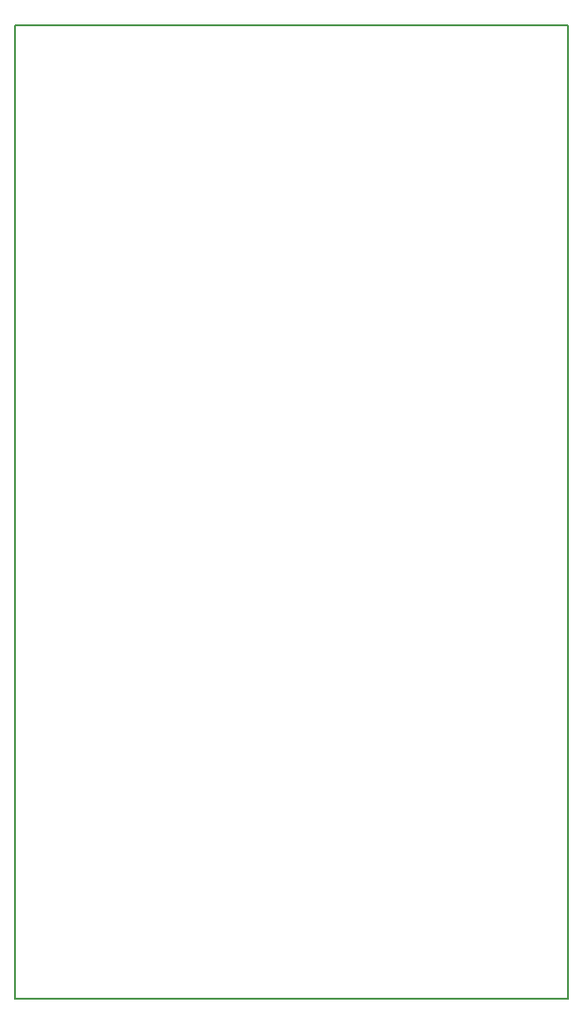
<source format=gm1>
G04 Layer_Color=16711935*
%FSLAX44Y44*%
%MOMM*%
G71*
G01*
G75*
%ADD21C,0.2000*%
D21*
X0Y880000D02*
X500000D01*
X0Y0D02*
Y880000D01*
X500000Y0D02*
Y880000D01*
X0Y0D02*
X500000D01*
M02*

</source>
